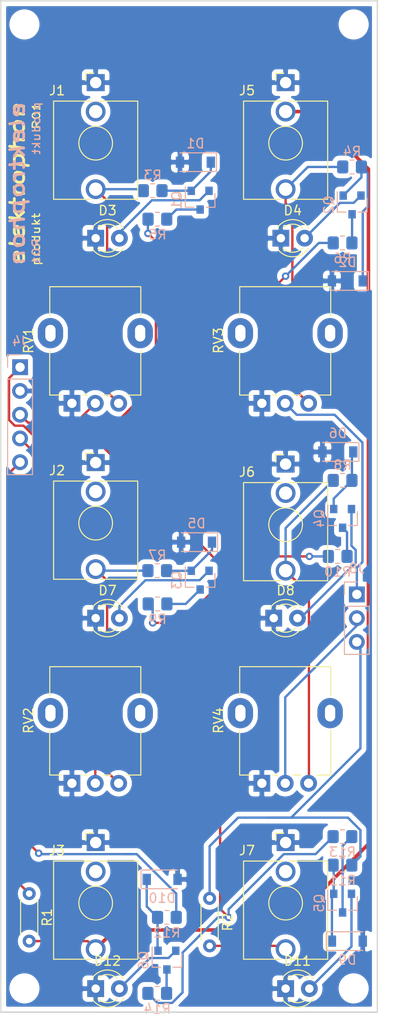
<source format=kicad_pcb>
(kicad_pcb (version 20171130) (host pcbnew 5.1.10)
  (title_block (title produkt) (date 2021-08-01) (rev R01) (comment 1 "PCB for mount circuit") (comment 2 "vca and ringmodulator") (comment 4 "License CC BY 4.0 - Attribution 4.0 International"))
  (layers (0 F.Cu signal) (31 B.Cu signal) (34 B.Paste user) (35 F.Paste user) (36 B.SilkS user) (37 F.SilkS user) (38 B.Mask user) (39 F.Mask user) (44 Edge.Cuts user))
  (net 0 "")
  (net 1 GND)
  (net 2 "Net-(D1-Pad1)")
  (net 3 "Net-(D2-Pad1)")
  (net 4 "Net-(D3-Pad2)")
  (net 5 "Net-(D4-Pad2)")
  (net 6 "Net-(D5-Pad1)")
  (net 7 "Net-(D6-Pad1)")
  (net 8 "Net-(D7-Pad2)")
  (net 9 "Net-(D8-Pad2)")
  (net 10 "Net-(D9-Pad1)")
  (net 11 "Net-(D10-Pad1)")
  (net 12 "Net-(D11-Pad2)")
  (net 13 "Net-(D12-Pad2)")
  (net 14 "Net-(J1-PadTN)")
  (net 15 /IN1x)
  (net 16 "Net-(J2-PadTN)")
  (net 17 /IN1y)
  (net 18 "Net-(J3-PadTN)")
  (net 19 "Net-(J3-PadT)")
  (net 20 OUTb)
  (net 21 Yb)
  (net 22 Xb)
  (net 23 OUTa)
  (net 24 Ya)
  (net 25 Xa)
  (net 26 +5V)
  (net 27 /IN2x)
  (net 28 "Net-(J6-PadTN)")
  (net 29 /IN2y)
  (net 30 "Net-(J7-PadTN)")
  (net 31 "Net-(J7-PadT)")
  (net 32 "Net-(Q1-Pad3)")
  (net 33 "Net-(Q2-Pad3)")
  (net 34 "Net-(Q3-Pad3)")
  (net 35 "Net-(Q4-Pad3)")
  (net 36 "Net-(Q5-Pad3)")
  (net 37 "Net-(Q6-Pad3)")
  (module Resistor_THT:R_Axial_DIN0204_L3.6mm_D1.6mm_P5.08mm_Horizontal (layer F.Cu) (at 73.152 146.812 270)
    (fp_text reference R2 (at 2.54 -1.92 90) (layer F.SilkS))
    (fp_text value 1k)
    (pad 2 thru_hole oval (at 5.08 0 270) (size 1.4 1.4) (drill 0.7) (layers *.Cu *.Mask) (net 31 "Net-(J7-PadT)"))
    (pad 1 thru_hole circle (at 0 0 270) (size 1.4 1.4) (drill 0.7) (layers *.Cu *.Mask) (net 20 OUTb))
  )
  (module Resistor_THT:R_Axial_DIN0204_L3.6mm_D1.6mm_P5.08mm_Horizontal (layer F.Cu) (at 53.848 146.304 270)
    (fp_text reference R1 (at 2.54 -1.92 90) (layer F.SilkS))
    (fp_text value 1k)
    (pad 2 thru_hole oval (at 5.08 0 270) (size 1.4 1.4) (drill 0.7) (layers *.Cu *.Mask) (net 19 "Net-(J3-PadT)"))
    (pad 1 thru_hole circle (at 0 0 270) (size 1.4 1.4) (drill 0.7) (layers *.Cu *.Mask) (net 23 OUTa))
  )
  (module "elektrophon:elektrophon logo" (layer F.Cu) (at 53.594 70.358 90)
    (fp_text reference REF** hide)
    (fp_text value "elektrophon logo" hide)
    (fp_text user produkt (at 8.84 1.02 90) (layer B.SilkS) (effects (font (size 0.8 1)) (justify left mirror)))
    (fp_text user R01 (at -8.83 1 90) (layer B.SilkS) (effects (font (size 0.8 1)) (justify right mirror)))
    (fp_text user elektrophon (at 0 -1.016 90) (layer B.SilkS) (effects (font (size 1.5 2) (thickness 0.3) italic) (justify mirror)))
    (fp_text user R01 (at 8.8 1.02 90) (layer F.SilkS) (effects (font (size 0.8 1)) (justify right)))
    (fp_text user produkt (at -8.88 1 90) (layer F.SilkS) (effects (font (size 0.8 1)) (justify left)))
    (fp_text user elektrophon (at 0 -1.016 90) (layer F.SilkS) (effects (font (size 1.5 2) (thickness 0.3) italic)))
  )
  (module Connector_PinSocket_2.54mm:PinSocket_1x05_P2.54mm_Vertical (layer B.Cu) (at 52.87 90 180)
    (fp_text reference J4 (at 0 2.77) (layer B.SilkS) (effects (justify mirror)))
    (fp_text value Conn_01x05_Male hide)
    (pad 5 thru_hole oval (at 0 -10.16 180) (size 1.7 1.7) (drill 1) (layers *.Cu *.Mask) (net 23 OUTa))
    (pad 4 thru_hole oval (at 0 -7.62 180) (size 1.7 1.7) (drill 1) (layers *.Cu *.Mask) (net 24 Ya))
    (pad 3 thru_hole oval (at 0 -5.08 180) (size 1.7 1.7) (drill 1) (layers *.Cu *.Mask) (net 25 Xa))
    (pad 2 thru_hole oval (at 0 -2.54 180) (size 1.7 1.7) (drill 1) (layers *.Cu *.Mask) (net 1 GND))
    (pad 1 thru_hole rect (at 0 0 180) (size 1.7 1.7) (drill 1) (layers *.Cu *.Mask) (net 26 +5V))
  )
  (module Connector_PinSocket_2.54mm:PinSocket_1x03_P2.54mm_Vertical (layer B.Cu) (at 88.9 114.3 180)
    (fp_text reference J8 (at 0 2.77) (layer B.SilkS) (effects (justify mirror)))
    (fp_text value Conn_01x03_Male)
    (pad 3 thru_hole oval (at 0 -5.08 180) (size 1.7 1.7) (drill 1) (layers *.Cu *.Mask) (net 20 OUTb))
    (pad 2 thru_hole oval (at 0 -2.54 180) (size 1.7 1.7) (drill 1) (layers *.Cu *.Mask) (net 21 Yb))
    (pad 1 thru_hole rect (at 0 0 180) (size 1.7 1.7) (drill 1) (layers *.Cu *.Mask) (net 22 Xb))
  )
  (module elektrophon:Potentiometer_Alpha_RD901F-40-00D_Single_Vertical (layer F.Cu) (at 81.28 127 90)
    (fp_text reference RV4 (at -0.79 -7.18 270) (layer F.SilkS))
    (fp_text value 100k)
    (pad "" thru_hole oval (at 0 -4.84 180) (size 2.72 3.24) (drill oval 1.1 1.8) (layers *.Cu *.Mask))
    (pad "" thru_hole oval (at 0 4.76 180) (size 2.72 3.24) (drill oval 1.1 1.8) (layers *.Cu *.Mask))
    (pad 3 thru_hole circle (at -7.5 2.46 180) (size 1.8 1.8) (drill 1) (layers *.Cu *.Mask) (net 29 /IN2y))
    (pad 2 thru_hole circle (at -7.5 -0.04 180) (size 1.8 1.8) (drill 1) (layers *.Cu *.Mask) (net 21 Yb))
    (pad 1 thru_hole rect (at -7.5 -2.54 180) (size 1.8 1.8) (drill 1) (layers *.Cu *.Mask) (net 1 GND))
  )
  (module elektrophon:Potentiometer_Alpha_RD901F-40-00D_Single_Vertical (layer F.Cu) (at 81.28 86.36 90)
    (fp_text reference RV3 (at -0.79 -7.18 270) (layer F.SilkS))
    (fp_text value 100k)
    (pad "" thru_hole oval (at 0 -4.84 180) (size 2.72 3.24) (drill oval 1.1 1.8) (layers *.Cu *.Mask))
    (pad "" thru_hole oval (at 0 4.76 180) (size 2.72 3.24) (drill oval 1.1 1.8) (layers *.Cu *.Mask))
    (pad 3 thru_hole circle (at -7.5 2.46 180) (size 1.8 1.8) (drill 1) (layers *.Cu *.Mask) (net 27 /IN2x))
    (pad 2 thru_hole circle (at -7.5 -0.04 180) (size 1.8 1.8) (drill 1) (layers *.Cu *.Mask) (net 22 Xb))
    (pad 1 thru_hole rect (at -7.5 -2.54 180) (size 1.8 1.8) (drill 1) (layers *.Cu *.Mask) (net 1 GND))
  )
  (module elektrophon:Potentiometer_Alpha_RD901F-40-00D_Single_Vertical (layer F.Cu) (at 60.96 127 90)
    (fp_text reference RV2 (at -0.79 -7.18 270) (layer F.SilkS))
    (fp_text value 100k)
    (pad "" thru_hole oval (at 0 -4.84 180) (size 2.72 3.24) (drill oval 1.1 1.8) (layers *.Cu *.Mask))
    (pad "" thru_hole oval (at 0 4.76 180) (size 2.72 3.24) (drill oval 1.1 1.8) (layers *.Cu *.Mask))
    (pad 3 thru_hole circle (at -7.5 2.46 180) (size 1.8 1.8) (drill 1) (layers *.Cu *.Mask) (net 17 /IN1y))
    (pad 2 thru_hole circle (at -7.5 -0.04 180) (size 1.8 1.8) (drill 1) (layers *.Cu *.Mask) (net 24 Ya))
    (pad 1 thru_hole rect (at -7.5 -2.54 180) (size 1.8 1.8) (drill 1) (layers *.Cu *.Mask) (net 1 GND))
  )
  (module elektrophon:Potentiometer_Alpha_RD901F-40-00D_Single_Vertical (layer F.Cu) (at 60.96 86.36 90)
    (fp_text reference RV1 (at -0.79 -7.18 270) (layer F.SilkS))
    (fp_text value 100k)
    (pad "" thru_hole oval (at 0 -4.84 180) (size 2.72 3.24) (drill oval 1.1 1.8) (layers *.Cu *.Mask))
    (pad "" thru_hole oval (at 0 4.76 180) (size 2.72 3.24) (drill oval 1.1 1.8) (layers *.Cu *.Mask))
    (pad 3 thru_hole circle (at -7.5 2.46 180) (size 1.8 1.8) (drill 1) (layers *.Cu *.Mask) (net 15 /IN1x))
    (pad 2 thru_hole circle (at -7.5 -0.04 180) (size 1.8 1.8) (drill 1) (layers *.Cu *.Mask) (net 25 Xa))
    (pad 1 thru_hole rect (at -7.5 -2.54 180) (size 1.8 1.8) (drill 1) (layers *.Cu *.Mask) (net 1 GND))
  )
  (module Resistor_SMD:R_0805_2012Metric_Pad1.20x1.40mm_HandSolder (layer B.Cu) (at 67.548 156.972)
    (fp_text reference R14 (at 0 1.65) (layer B.SilkS) (effects (justify mirror)))
    (fp_text value 5k)
    (pad 2 smd roundrect (at 1 0) (size 1.2 1.4) (layers B.Cu B.Paste B.Mask) (roundrect_rratio 0.208333) (net 37 "Net-(Q6-Pad3)"))
    (pad 1 smd roundrect (at -1 0) (size 1.2 1.4) (layers B.Cu B.Paste B.Mask) (roundrect_rratio 0.208333) (net 26 +5V))
  )
  (module Resistor_SMD:R_0805_2012Metric_Pad1.20x1.40mm_HandSolder (layer B.Cu) (at 87.36 140.208)
    (fp_text reference R13 (at 0 1.65) (layer B.SilkS) (effects (justify mirror)))
    (fp_text value 5k)
    (pad 2 smd roundrect (at 1 0) (size 1.2 1.4) (layers B.Cu B.Paste B.Mask) (roundrect_rratio 0.208333) (net 36 "Net-(Q5-Pad3)"))
    (pad 1 smd roundrect (at -1 0) (size 1.2 1.4) (layers B.Cu B.Paste B.Mask) (roundrect_rratio 0.208333) (net 26 +5V))
  )
  (module Resistor_SMD:R_0805_2012Metric_Pad1.20x1.40mm_HandSolder (layer B.Cu) (at 68.58 148.844)
    (fp_text reference R12 (at 0 1.65) (layer B.SilkS) (effects (justify mirror)))
    (fp_text value 100k)
    (pad 2 smd roundrect (at 1 0) (size 1.2 1.4) (layers B.Cu B.Paste B.Mask) (roundrect_rratio 0.208333) (net 23 OUTa))
    (pad 1 smd roundrect (at -1 0) (size 1.2 1.4) (layers B.Cu B.Paste B.Mask) (roundrect_rratio 0.208333) (net 11 "Net-(D10-Pad1)"))
  )
  (module Resistor_SMD:R_0805_2012Metric_Pad1.20x1.40mm_HandSolder (layer B.Cu) (at 87.36 143.256)
    (fp_text reference R11 (at 0 1.65) (layer B.SilkS) (effects (justify mirror)))
    (fp_text value 100k)
    (pad 2 smd roundrect (at 1 0) (size 1.2 1.4) (layers B.Cu B.Paste B.Mask) (roundrect_rratio 0.208333) (net 20 OUTb))
    (pad 1 smd roundrect (at -1 0) (size 1.2 1.4) (layers B.Cu B.Paste B.Mask) (roundrect_rratio 0.208333) (net 10 "Net-(D9-Pad1)"))
  )
  (module Resistor_SMD:R_0805_2012Metric_Pad1.20x1.40mm_HandSolder (layer B.Cu) (at 86.852 110.236)
    (fp_text reference R10 (at 0 1.65) (layer B.SilkS) (effects (justify mirror)))
    (fp_text value 5k)
    (pad 2 smd roundrect (at 1 0) (size 1.2 1.4) (layers B.Cu B.Paste B.Mask) (roundrect_rratio 0.208333) (net 35 "Net-(Q4-Pad3)"))
    (pad 1 smd roundrect (at -1 0) (size 1.2 1.4) (layers B.Cu B.Paste B.Mask) (roundrect_rratio 0.208333) (net 26 +5V))
  )
  (module Resistor_SMD:R_0805_2012Metric_Pad1.20x1.40mm_HandSolder (layer B.Cu) (at 67.58 115.316)
    (fp_text reference R9 (at 0 1.65) (layer B.SilkS) (effects (justify mirror)))
    (fp_text value 5k)
    (pad 2 smd roundrect (at 1 0) (size 1.2 1.4) (layers B.Cu B.Paste B.Mask) (roundrect_rratio 0.208333) (net 34 "Net-(Q3-Pad3)"))
    (pad 1 smd roundrect (at -1 0) (size 1.2 1.4) (layers B.Cu B.Paste B.Mask) (roundrect_rratio 0.208333) (net 26 +5V))
  )
  (module Resistor_SMD:R_0805_2012Metric_Pad1.20x1.40mm_HandSolder (layer B.Cu) (at 87.376 102.108 180)
    (fp_text reference R8 (at 0 1.65) (layer B.SilkS) (effects (justify mirror)))
    (fp_text value 100k)
    (pad 2 smd roundrect (at 1 0 180) (size 1.2 1.4) (layers B.Cu B.Paste B.Mask) (roundrect_rratio 0.208333) (net 29 /IN2y))
    (pad 1 smd roundrect (at -1 0 180) (size 1.2 1.4) (layers B.Cu B.Paste B.Mask) (roundrect_rratio 0.208333) (net 7 "Net-(D6-Pad1)"))
  )
  (module Resistor_SMD:R_0805_2012Metric_Pad1.20x1.40mm_HandSolder (layer B.Cu) (at 67.548 111.76 180)
    (fp_text reference R7 (at 0 1.65) (layer B.SilkS) (effects (justify mirror)))
    (fp_text value 100k)
    (pad 2 smd roundrect (at 1 0 180) (size 1.2 1.4) (layers B.Cu B.Paste B.Mask) (roundrect_rratio 0.208333) (net 17 /IN1y))
    (pad 1 smd roundrect (at -1 0 180) (size 1.2 1.4) (layers B.Cu B.Paste B.Mask) (roundrect_rratio 0.208333) (net 6 "Net-(D5-Pad1)"))
  )
  (module Resistor_SMD:R_0805_2012Metric_Pad1.20x1.40mm_HandSolder (layer B.Cu) (at 87.376 76.708)
    (fp_text reference R6 (at 0 1.65) (layer B.SilkS) (effects (justify mirror)))
    (fp_text value 5k)
    (pad 2 smd roundrect (at 1 0) (size 1.2 1.4) (layers B.Cu B.Paste B.Mask) (roundrect_rratio 0.208333) (net 33 "Net-(Q2-Pad3)"))
    (pad 1 smd roundrect (at -1 0) (size 1.2 1.4) (layers B.Cu B.Paste B.Mask) (roundrect_rratio 0.208333) (net 26 +5V))
  )
  (module Resistor_SMD:R_0805_2012Metric_Pad1.20x1.40mm_HandSolder (layer B.Cu) (at 67.564 74.168)
    (fp_text reference R5 (at 0 1.65) (layer B.SilkS) (effects (justify mirror)))
    (fp_text value 5k)
    (pad 2 smd roundrect (at 1 0) (size 1.2 1.4) (layers B.Cu B.Paste B.Mask) (roundrect_rratio 0.208333) (net 32 "Net-(Q1-Pad3)"))
    (pad 1 smd roundrect (at -1 0) (size 1.2 1.4) (layers B.Cu B.Paste B.Mask) (roundrect_rratio 0.208333) (net 26 +5V))
  )
  (module Resistor_SMD:R_0805_2012Metric_Pad1.20x1.40mm_HandSolder (layer B.Cu) (at 88.392 68.58 180)
    (fp_text reference R4 (at 0 1.65) (layer B.SilkS) (effects (justify mirror)))
    (fp_text value 100k)
    (pad 2 smd roundrect (at 1 0 180) (size 1.2 1.4) (layers B.Cu B.Paste B.Mask) (roundrect_rratio 0.208333) (net 27 /IN2x))
    (pad 1 smd roundrect (at -1 0 180) (size 1.2 1.4) (layers B.Cu B.Paste B.Mask) (roundrect_rratio 0.208333) (net 3 "Net-(D2-Pad1)"))
  )
  (module Resistor_SMD:R_0805_2012Metric_Pad1.20x1.40mm_HandSolder (layer B.Cu) (at 67.056 71.12 180)
    (fp_text reference R3 (at 0 1.65) (layer B.SilkS) (effects (justify mirror)))
    (fp_text value 100k)
    (pad 2 smd roundrect (at 1 0 180) (size 1.2 1.4) (layers B.Cu B.Paste B.Mask) (roundrect_rratio 0.208333) (net 15 /IN1x))
    (pad 1 smd roundrect (at -1 0 180) (size 1.2 1.4) (layers B.Cu B.Paste B.Mask) (roundrect_rratio 0.208333) (net 2 "Net-(D1-Pad1)"))
  )
  (module Package_TO_SOT_SMD:SOT-23 (layer B.Cu) (at 68.58 153.416 270)
    (fp_text reference Q6 (at 0 2.5 270) (layer B.SilkS) (effects (justify mirror)))
    (fp_text value MMBT3904)
    (pad 3 smd rect (at 1 0 270) (size 0.9 0.8) (layers B.Cu B.Paste B.Mask) (net 37 "Net-(Q6-Pad3)"))
    (pad 2 smd rect (at -1 -0.95 270) (size 0.9 0.8) (layers B.Cu B.Paste B.Mask) (net 13 "Net-(D12-Pad2)"))
    (pad 1 smd rect (at -1 0.95 270) (size 0.9 0.8) (layers B.Cu B.Paste B.Mask) (net 11 "Net-(D10-Pad1)"))
  )
  (module Package_TO_SOT_SMD:SOT-23 (layer B.Cu) (at 87.376 147.32 270)
    (fp_text reference Q5 (at 0 2.5 90) (layer B.SilkS) (effects (justify mirror)))
    (fp_text value MMBT3904)
    (pad 3 smd rect (at 1 0 270) (size 0.9 0.8) (layers B.Cu B.Paste B.Mask) (net 36 "Net-(Q5-Pad3)"))
    (pad 2 smd rect (at -1 -0.95 270) (size 0.9 0.8) (layers B.Cu B.Paste B.Mask) (net 12 "Net-(D11-Pad2)"))
    (pad 1 smd rect (at -1 0.95 270) (size 0.9 0.8) (layers B.Cu B.Paste B.Mask) (net 10 "Net-(D9-Pad1)"))
  )
  (module Package_TO_SOT_SMD:SOT-23 (layer B.Cu) (at 87.376 106.172 270)
    (fp_text reference Q4 (at 0 2.5 90) (layer B.SilkS) (effects (justify mirror)))
    (fp_text value MMBT3904)
    (pad 3 smd rect (at 1 0 270) (size 0.9 0.8) (layers B.Cu B.Paste B.Mask) (net 35 "Net-(Q4-Pad3)"))
    (pad 2 smd rect (at -1 -0.95 270) (size 0.9 0.8) (layers B.Cu B.Paste B.Mask) (net 9 "Net-(D8-Pad2)"))
    (pad 1 smd rect (at -1 0.95 270) (size 0.9 0.8) (layers B.Cu B.Paste B.Mask) (net 7 "Net-(D6-Pad1)"))
  )
  (module Package_TO_SOT_SMD:SOT-23 (layer B.Cu) (at 72.136 112.776 270)
    (fp_text reference Q3 (at 0 2.5 90) (layer B.SilkS) (effects (justify mirror)))
    (fp_text value MMBT3904)
    (pad 3 smd rect (at 1 0 270) (size 0.9 0.8) (layers B.Cu B.Paste B.Mask) (net 34 "Net-(Q3-Pad3)"))
    (pad 2 smd rect (at -1 -0.95 270) (size 0.9 0.8) (layers B.Cu B.Paste B.Mask) (net 8 "Net-(D7-Pad2)"))
    (pad 1 smd rect (at -1 0.95 270) (size 0.9 0.8) (layers B.Cu B.Paste B.Mask) (net 6 "Net-(D5-Pad1)"))
  )
  (module Package_TO_SOT_SMD:SOT-23 (layer B.Cu) (at 88.392 72.644 270)
    (fp_text reference Q2 (at 0 2.5 270) (layer B.SilkS) (effects (justify mirror)))
    (fp_text value MMBT3904)
    (pad 3 smd rect (at 1 0 270) (size 0.9 0.8) (layers B.Cu B.Paste B.Mask) (net 33 "Net-(Q2-Pad3)"))
    (pad 2 smd rect (at -1 -0.95 270) (size 0.9 0.8) (layers B.Cu B.Paste B.Mask) (net 5 "Net-(D4-Pad2)"))
    (pad 1 smd rect (at -1 0.95 270) (size 0.9 0.8) (layers B.Cu B.Paste B.Mask) (net 3 "Net-(D2-Pad1)"))
  )
  (module Package_TO_SOT_SMD:SOT-23 (layer B.Cu) (at 72.136 72.136 270)
    (fp_text reference Q1 (at 0 2.5 90) (layer B.SilkS) (effects (justify mirror)))
    (fp_text value MMBT3904)
    (pad 3 smd rect (at 1 0 270) (size 0.9 0.8) (layers B.Cu B.Paste B.Mask) (net 32 "Net-(Q1-Pad3)"))
    (pad 2 smd rect (at -1 -0.95 270) (size 0.9 0.8) (layers B.Cu B.Paste B.Mask) (net 4 "Net-(D3-Pad2)"))
    (pad 1 smd rect (at -1 0.95 270) (size 0.9 0.8) (layers B.Cu B.Paste B.Mask) (net 2 "Net-(D1-Pad1)"))
  )
  (module elektrophon:Jack_3.5mm_WQP-PJ398SM_Vertical (layer F.Cu) (at 81.28 147.32)
    (fp_text reference J7 (at -4.13 -5.63) (layer F.SilkS))
    (fp_text value OUT)
    (pad TN thru_hole circle (at 0 -3.38 180) (size 2.13 2.13) (drill 1.42) (layers *.Cu *.Mask) (net 30 "Net-(J7-PadTN)"))
    (pad S thru_hole rect (at 0 -6.48 180) (size 1.93 1.83) (drill 1.22) (layers *.Cu *.Mask) (net 1 GND))
    (pad T thru_hole circle (at 0 4.92 180) (size 2.13 2.13) (drill 1.43) (layers *.Cu *.Mask) (net 31 "Net-(J7-PadT)"))
  )
  (module elektrophon:Jack_3.5mm_WQP-PJ398SM_Vertical (layer F.Cu) (at 81.28 106.84)
    (fp_text reference J6 (at -4.13 -5.63) (layer F.SilkS))
    (fp_text value IN_Y)
    (pad TN thru_hole circle (at 0 -3.38 180) (size 2.13 2.13) (drill 1.42) (layers *.Cu *.Mask) (net 28 "Net-(J6-PadTN)"))
    (pad S thru_hole rect (at 0 -6.48 180) (size 1.93 1.83) (drill 1.22) (layers *.Cu *.Mask) (net 1 GND))
    (pad T thru_hole circle (at 0 4.92 180) (size 2.13 2.13) (drill 1.43) (layers *.Cu *.Mask) (net 29 /IN2y))
  )
  (module elektrophon:Jack_3.5mm_WQP-PJ398SM_Vertical (layer F.Cu) (at 81.28 66.04)
    (fp_text reference J5 (at -4.13 -5.63) (layer F.SilkS))
    (fp_text value IN_X)
    (pad TN thru_hole circle (at 0 -3.38 180) (size 2.13 2.13) (drill 1.42) (layers *.Cu *.Mask) (net 19 "Net-(J3-PadT)"))
    (pad S thru_hole rect (at 0 -6.48 180) (size 1.93 1.83) (drill 1.22) (layers *.Cu *.Mask) (net 1 GND))
    (pad T thru_hole circle (at 0 4.92 180) (size 2.13 2.13) (drill 1.43) (layers *.Cu *.Mask) (net 27 /IN2x))
  )
  (module elektrophon:Jack_3.5mm_WQP-PJ398SM_Vertical (layer F.Cu) (at 60.96 147.32)
    (fp_text reference J3 (at -4.13 -5.63) (layer F.SilkS))
    (fp_text value OUT)
    (pad TN thru_hole circle (at 0 -3.38 180) (size 2.13 2.13) (drill 1.42) (layers *.Cu *.Mask) (net 18 "Net-(J3-PadTN)"))
    (pad S thru_hole rect (at 0 -6.48 180) (size 1.93 1.83) (drill 1.22) (layers *.Cu *.Mask) (net 1 GND))
    (pad T thru_hole circle (at 0 4.92 180) (size 2.13 2.13) (drill 1.43) (layers *.Cu *.Mask) (net 19 "Net-(J3-PadT)"))
  )
  (module elektrophon:Jack_3.5mm_WQP-PJ398SM_Vertical (layer F.Cu) (at 60.96 106.68)
    (fp_text reference J2 (at -4.13 -5.63) (layer F.SilkS))
    (fp_text value IN_Y)
    (pad TN thru_hole circle (at 0 -3.38 180) (size 2.13 2.13) (drill 1.42) (layers *.Cu *.Mask) (net 16 "Net-(J2-PadTN)"))
    (pad S thru_hole rect (at 0 -6.48 180) (size 1.93 1.83) (drill 1.22) (layers *.Cu *.Mask) (net 1 GND))
    (pad T thru_hole circle (at 0 4.92 180) (size 2.13 2.13) (drill 1.43) (layers *.Cu *.Mask) (net 17 /IN1y))
  )
  (module elektrophon:Jack_3.5mm_WQP-PJ398SM_Vertical (layer F.Cu) (at 60.96 66.04)
    (fp_text reference J1 (at -4.13 -5.63) (layer F.SilkS))
    (fp_text value IN_X)
    (pad TN thru_hole circle (at 0 -3.38 180) (size 2.13 2.13) (drill 1.42) (layers *.Cu *.Mask) (net 14 "Net-(J1-PadTN)"))
    (pad S thru_hole rect (at 0 -6.48 180) (size 1.93 1.83) (drill 1.22) (layers *.Cu *.Mask) (net 1 GND))
    (pad T thru_hole circle (at 0 4.92 180) (size 2.13 2.13) (drill 1.43) (layers *.Cu *.Mask) (net 15 /IN1x))
  )
  (module LED_THT:LED_D3.0mm (layer F.Cu) (at 60.96 156.464)
    (fp_text reference D12 (at 1.27 -2.96) (layer F.SilkS))
    (fp_text value "LED (Red)")
    (pad 2 thru_hole circle (at 2.54 0) (size 1.8 1.8) (drill 0.9) (layers *.Cu *.Mask) (net 13 "Net-(D12-Pad2)"))
    (pad 1 thru_hole rect (at 0 0) (size 1.8 1.8) (drill 0.9) (layers *.Cu *.Mask) (net 1 GND))
  )
  (module LED_THT:LED_D3.0mm (layer F.Cu) (at 81.28 156.464)
    (fp_text reference D11 (at 1.27 -2.96) (layer F.SilkS))
    (fp_text value "LED (Red)")
    (pad 2 thru_hole circle (at 2.54 0) (size 1.8 1.8) (drill 0.9) (layers *.Cu *.Mask) (net 12 "Net-(D11-Pad2)"))
    (pad 1 thru_hole rect (at 0 0) (size 1.8 1.8) (drill 0.9) (layers *.Cu *.Mask) (net 1 GND))
  )
  (module Diode_SMD:D_SOD-123 (layer B.Cu) (at 68.072 144.78)
    (fp_text reference D10 (at 0 2) (layer B.SilkS) (effects (justify mirror)))
    (fp_text value 1N4148W)
    (pad 2 smd rect (at 1.65 0) (size 0.9 1.2) (layers B.Cu B.Paste B.Mask) (net 1 GND))
    (pad 1 smd rect (at -1.65 0) (size 0.9 1.2) (layers B.Cu B.Paste B.Mask) (net 11 "Net-(D10-Pad1)"))
  )
  (module Diode_SMD:D_SOD-123 (layer B.Cu) (at 87.884 151.384)
    (fp_text reference D9 (at 0 2) (layer B.SilkS) (effects (justify mirror)))
    (fp_text value 1N4148W)
    (pad 2 smd rect (at 1.65 0) (size 0.9 1.2) (layers B.Cu B.Paste B.Mask) (net 1 GND))
    (pad 1 smd rect (at -1.65 0) (size 0.9 1.2) (layers B.Cu B.Paste B.Mask) (net 10 "Net-(D9-Pad1)"))
  )
  (module LED_THT:LED_D3.0mm (layer F.Cu) (at 80.01 116.84)
    (fp_text reference D8 (at 1.27 -2.96) (layer F.SilkS))
    (fp_text value "LED (Green)")
    (pad 2 thru_hole circle (at 2.54 0) (size 1.8 1.8) (drill 0.9) (layers *.Cu *.Mask) (net 9 "Net-(D8-Pad2)"))
    (pad 1 thru_hole rect (at 0 0) (size 1.8 1.8) (drill 0.9) (layers *.Cu *.Mask) (net 1 GND))
  )
  (module LED_THT:LED_D3.0mm (layer F.Cu) (at 60.96 116.84)
    (fp_text reference D7 (at 1.27 -2.96) (layer F.SilkS))
    (fp_text value "LED (Green)")
    (pad 2 thru_hole circle (at 2.54 0) (size 1.8 1.8) (drill 0.9) (layers *.Cu *.Mask) (net 8 "Net-(D7-Pad2)"))
    (pad 1 thru_hole rect (at 0 0) (size 1.8 1.8) (drill 0.9) (layers *.Cu *.Mask) (net 1 GND))
  )
  (module Diode_SMD:D_SOD-123 (layer B.Cu) (at 86.868 99.06 180)
    (fp_text reference D6 (at 0 2) (layer B.SilkS) (effects (justify mirror)))
    (fp_text value 1N4148W)
    (pad 2 smd rect (at 1.65 0 180) (size 0.9 1.2) (layers B.Cu B.Paste B.Mask) (net 1 GND))
    (pad 1 smd rect (at -1.65 0 180) (size 0.9 1.2) (layers B.Cu B.Paste B.Mask) (net 7 "Net-(D6-Pad1)"))
  )
  (module Diode_SMD:D_SOD-123 (layer B.Cu) (at 71.754 108.712 180)
    (fp_text reference D5 (at 0 2) (layer B.SilkS) (effects (justify mirror)))
    (fp_text value 1N4148W)
    (pad 2 smd rect (at 1.65 0 180) (size 0.9 1.2) (layers B.Cu B.Paste B.Mask) (net 1 GND))
    (pad 1 smd rect (at -1.65 0 180) (size 0.9 1.2) (layers B.Cu B.Paste B.Mask) (net 6 "Net-(D5-Pad1)"))
  )
  (module LED_THT:LED_D3.0mm (layer F.Cu) (at 80.772 76.2)
    (fp_text reference D4 (at 1.27 -2.96) (layer F.SilkS))
    (fp_text value "LED (Green)")
    (pad 2 thru_hole circle (at 2.54 0) (size 1.8 1.8) (drill 0.9) (layers *.Cu *.Mask) (net 5 "Net-(D4-Pad2)"))
    (pad 1 thru_hole rect (at 0 0) (size 1.8 1.8) (drill 0.9) (layers *.Cu *.Mask) (net 1 GND))
  )
  (module LED_THT:LED_D3.0mm (layer F.Cu) (at 60.96 76.2)
    (fp_text reference D3 (at 1.27 -2.96) (layer F.SilkS))
    (fp_text value "LED (Green)")
    (pad 2 thru_hole circle (at 2.54 0) (size 1.8 1.8) (drill 0.9) (layers *.Cu *.Mask) (net 4 "Net-(D3-Pad2)"))
    (pad 1 thru_hole rect (at 0 0) (size 1.8 1.8) (drill 0.9) (layers *.Cu *.Mask) (net 1 GND))
  )
  (module Diode_SMD:D_SOD-123 (layer B.Cu) (at 87.884 80.772 180)
    (fp_text reference D2 (at 0 2) (layer B.SilkS) (effects (justify mirror)))
    (fp_text value 1N4148W)
    (pad 2 smd rect (at 1.65 0 180) (size 0.9 1.2) (layers B.Cu B.Paste B.Mask) (net 1 GND))
    (pad 1 smd rect (at -1.65 0 180) (size 0.9 1.2) (layers B.Cu B.Paste B.Mask) (net 3 "Net-(D2-Pad1)"))
  )
  (module Diode_SMD:D_SOD-123 (layer B.Cu) (at 71.628 68.072 180)
    (fp_text reference D1 (at 0 2) (layer B.SilkS) (effects (justify mirror)))
    (fp_text value 1N4148W)
    (pad 2 smd rect (at 1.65 0 180) (size 0.9 1.2) (layers B.Cu B.Paste B.Mask) (net 1 GND))
    (pad 1 smd rect (at -1.65 0 180) (size 0.9 1.2) (layers B.Cu B.Paste B.Mask) (net 2 "Net-(D1-Pad1)"))
  )
  (module MountingHole:MountingHole_2.2mm_M2 (layer F.Cu) (at 88.56 156.44)
    (fp_text reference H4 hide)
    (fp_text value MountingHole hide)
    (pad 1 np_thru_hole circle (at 0 0) (size 2.2 2.2) (drill 2.2) (layers *.Cu *.Mask))
  )
  (module MountingHole:MountingHole_2.2mm_M2 (layer F.Cu) (at 53.34 156.44)
    (fp_text reference H3 hide)
    (fp_text value MountingHole hide)
    (pad 1 np_thru_hole circle (at 0 0) (size 2.2 2.2) (drill 2.2) (layers *.Cu *.Mask))
  )
  (module MountingHole:MountingHole_2.2mm_M2 (layer F.Cu) (at 88.56 53.34)
    (fp_text reference H2 hide)
    (fp_text value MountingHole hide)
    (pad 1 np_thru_hole circle (at 0 0) (size 2.2 2.2) (drill 2.2) (layers *.Cu *.Mask))
  )
  (module MountingHole:MountingHole_2.2mm_M2 (layer F.Cu) (at 53.34 53.34)
    (fp_text reference H1 hide)
    (fp_text value MountingHole hide)
    (pad 1 np_thru_hole circle (at 0 0) (size 2.2 2.2) (drill 2.2) (layers *.Cu *.Mask))
  )
  (gr_line (start 50.8 50.8) (end 50.8 158.98) (layer Edge.Cuts) (width 0.15))
  (gr_line (start 91.1 158.98) (end 50.8 158.98) (layer Edge.Cuts) (width 0.15))
  (gr_line (start 91.1 50.8) (end 91.1 158.98) (layer Edge.Cuts) (width 0.15))
  (gr_line (start 50.8 50.8) (end 91.1 50.8) (layer Edge.Cuts) (width 0.15))
  (segment (start 73.278 68.072) (end 73.278 69.044) (width 0.25) (layer B.Cu) (net 2))
  (segment (start 73.278 69.044) (end 71.186 71.136) (width 0.25) (layer B.Cu) (net 2))
  (segment (start 68.056 71.12) (end 71.17 71.12) (width 0.25) (layer B.Cu) (net 2))
  (segment (start 71.17 71.12) (end 71.186 71.136) (width 0.25) (layer B.Cu) (net 2))
  (segment (start 89.534 80.772) (end 89.534 73.351) (width 0.25) (layer B.Cu) (net 3))
  (segment (start 89.534 73.351) (end 90.067 72.818) (width 0.25) (layer B.Cu) (net 3))
  (segment (start 90.067 72.818) (end 90.067 69.255) (width 0.25) (layer B.Cu) (net 3))
  (segment (start 90.067 69.255) (end 89.392 68.58) (width 0.25) (layer B.Cu) (net 3))
  (segment (start 89.392 68.58) (end 89.392 69.694) (width 0.25) (layer B.Cu) (net 3))
  (segment (start 89.392 69.694) (end 87.442 71.644) (width 0.25) (layer B.Cu) (net 3))
  (segment (start 73.086 71.136) (end 72.077 72.145) (width 0.25) (layer B.Cu) (net 4))
  (segment (start 72.077 72.145) (end 66.9738 72.145) (width 0.25) (layer B.Cu) (net 4))
  (segment (start 66.9738 72.145) (end 63.5 75.6188) (width 0.25) (layer B.Cu) (net 4))
  (segment (start 63.5 75.6188) (end 63.5 76.2) (width 0.25) (layer B.Cu) (net 4))
  (segment (start 89.342 71.644) (end 88.567 72.419) (width 0.25) (layer B.Cu) (net 5))
  (segment (start 88.567 72.419) (end 87.093 72.419) (width 0.25) (layer B.Cu) (net 5))
  (segment (start 87.093 72.419) (end 83.312 76.2) (width 0.25) (layer B.Cu) (net 5))
  (segment (start 71.186 111.776) (end 68.564 111.776) (width 0.25) (layer B.Cu) (net 6))
  (segment (start 68.564 111.776) (end 68.548 111.76) (width 0.25) (layer B.Cu) (net 6))
  (segment (start 73.404 108.712) (end 73.404 109.558) (width 0.25) (layer B.Cu) (net 6))
  (segment (start 73.404 109.558) (end 71.186 111.776) (width 0.25) (layer B.Cu) (net 6))
  (segment (start 86.426 104.058) (end 88.376 102.108) (width 0.25) (layer B.Cu) (net 7))
  (segment (start 86.426 105.172) (end 86.426 104.058) (width 0.25) (layer B.Cu) (net 7))
  (segment (start 88.376 99.202) (end 88.518 99.06) (width 0.25) (layer B.Cu) (net 7))
  (segment (start 88.376 102.108) (end 88.376 99.202) (width 0.25) (layer B.Cu) (net 7))
  (segment (start 73.086 111.776) (end 72.077 112.785) (width 0.25) (layer B.Cu) (net 8))
  (segment (start 72.077 112.785) (end 66.2822 112.785) (width 0.25) (layer B.Cu) (net 8))
  (segment (start 66.2822 112.785) (end 63.5 115.567) (width 0.25) (layer B.Cu) (net 8))
  (segment (start 63.5 115.567) (end 63.5 116.84) (width 0.25) (layer B.Cu) (net 8))
  (segment (start 82.86119 116.84) (end 82.55 116.84) (width 0.25) (layer B.Cu) (net 9))
  (segment (start 88.77701 110.92418) (end 82.86119 116.84) (width 0.25) (layer B.Cu) (net 9))
  (segment (start 88.326 109.09681) (end 88.77701 109.54782) (width 0.25) (layer B.Cu) (net 9))
  (segment (start 88.326 105.172) (end 88.326 109.09681) (width 0.25) (layer B.Cu) (net 9))
  (segment (start 88.77701 109.54782) (end 88.77701 110.92418) (width 0.25) (layer B.Cu) (net 9))
  (segment (start 86.426 146.32) (end 86.426 143.322) (width 0.25) (layer B.Cu) (net 10))
  (segment (start 86.426 143.322) (end 86.36 143.256) (width 0.25) (layer B.Cu) (net 10))
  (segment (start 86.234 151.384) (end 86.234 146.512) (width 0.25) (layer B.Cu) (net 10))
  (segment (start 86.234 146.512) (end 86.426 146.32) (width 0.25) (layer B.Cu) (net 10))
  (segment (start 67.58 148.844) (end 67.58 152.366) (width 0.25) (layer B.Cu) (net 11))
  (segment (start 67.58 152.366) (end 67.63 152.416) (width 0.25) (layer B.Cu) (net 11))
  (segment (start 66.422 144.78) (end 66.422 147.686) (width 0.25) (layer B.Cu) (net 11))
  (segment (start 66.422 147.686) (end 67.58 148.844) (width 0.25) (layer B.Cu) (net 11))
  (segment (start 83.82 156.464) (end 88.326 151.958) (width 0.25) (layer B.Cu) (net 12))
  (segment (start 88.326 151.958) (end 88.326 146.32) (width 0.25) (layer B.Cu) (net 12))
  (segment (start 69.53 152.416) (end 68.755 153.191) (width 0.25) (layer B.Cu) (net 13))
  (segment (start 68.755 153.191) (end 66.773 153.191) (width 0.25) (layer B.Cu) (net 13))
  (segment (start 66.773 153.191) (end 63.5 156.464) (width 0.25) (layer B.Cu) (net 13))
  (segment (start 60.96 70.96) (end 62.1853 72.1853) (width 0.25) (layer F.Cu) (net 15))
  (segment (start 62.1853 72.1853) (end 62.1853 92.6253) (width 0.25) (layer F.Cu) (net 15))
  (segment (start 62.1853 92.6253) (end 63.42 93.86) (width 0.25) (layer F.Cu) (net 15))
  (segment (start 60.96 70.96) (end 65.896 70.96) (width 0.25) (layer B.Cu) (net 15))
  (segment (start 65.896 70.96) (end 66.056 71.12) (width 0.25) (layer B.Cu) (net 15))
  (segment (start 60.96 111.6) (end 62.1854 112.8254) (width 0.25) (layer F.Cu) (net 17))
  (segment (start 62.1854 112.8254) (end 62.1854 133.2654) (width 0.25) (layer F.Cu) (net 17))
  (segment (start 62.1854 133.2654) (end 63.42 134.5) (width 0.25) (layer F.Cu) (net 17))
  (segment (start 66.548 111.76) (end 61.12 111.76) (width 0.25) (layer B.Cu) (net 17))
  (segment (start 61.12 111.76) (end 60.96 111.6) (width 0.25) (layer B.Cu) (net 17))
  (segment (start 81.28 62.66) (end 83.996 62.66) (width 0.381) (layer F.Cu) (net 19))
  (segment (start 90.140501 68.804501) (end 90.140501 140.999499) (width 0.381) (layer F.Cu) (net 19))
  (segment (start 83.996 62.66) (end 90.140501 68.804501) (width 0.381) (layer F.Cu) (net 19))
  (segment (start 63.006501 150.193499) (end 60.96 152.24) (width 0.381) (layer F.Cu) (net 19))
  (segment (start 80.946501 150.193499) (end 63.006501 150.193499) (width 0.381) (layer F.Cu) (net 19))
  (segment (start 90.140501 140.999499) (end 80.946501 150.193499) (width 0.381) (layer F.Cu) (net 19))
  (segment (start 60.104 151.384) (end 60.96 152.24) (width 0.25) (layer F.Cu) (net 19))
  (segment (start 53.848 151.384) (end 60.104 151.384) (width 0.25) (layer F.Cu) (net 19))
  (segment (start 89.28501 130.767992) (end 81.877002 138.176) (width 0.25) (layer B.Cu) (net 20))
  (segment (start 89.28501 119.76501) (end 89.28501 130.767992) (width 0.25) (layer B.Cu) (net 20))
  (segment (start 88.9 119.38) (end 89.28501 119.76501) (width 0.25) (layer B.Cu) (net 20))
  (segment (start 89.28501 139.51982) (end 89.28501 142.33099) (width 0.25) (layer B.Cu) (net 20))
  (segment (start 87.94119 138.176) (end 89.28501 139.51982) (width 0.25) (layer B.Cu) (net 20))
  (segment (start 79.248 138.176) (end 87.94119 138.176) (width 0.25) (layer B.Cu) (net 20))
  (segment (start 81.877002 138.176) (end 79.248 138.176) (width 0.25) (layer B.Cu) (net 20))
  (segment (start 89.28501 142.33099) (end 88.36 143.256) (width 0.25) (layer B.Cu) (net 20))
  (segment (start 76.2 138.176) (end 79.248 138.176) (width 0.25) (layer B.Cu) (net 20))
  (segment (start 73.152 141.224) (end 76.2 138.176) (width 0.25) (layer B.Cu) (net 20))
  (segment (start 73.152 146.812) (end 73.152 141.224) (width 0.25) (layer B.Cu) (net 20))
  (segment (start 81.24 134.5) (end 81.24 125.300998) (width 0.25) (layer B.Cu) (net 21))
  (segment (start 81.24 125.300998) (end 88.9 117.640998) (width 0.25) (layer B.Cu) (net 21))
  (segment (start 88.9 117.640998) (end 88.9 116.84) (width 0.25) (layer B.Cu) (net 21))
  (segment (start 86.522191 95.085001) (end 82.465001 95.085001) (width 0.25) (layer B.Cu) (net 22))
  (segment (start 88.9 114.3) (end 88.9 111.4376) (width 0.25) (layer B.Cu) (net 22))
  (segment (start 88.9 111.4376) (end 89.501012 110.836588) (width 0.25) (layer B.Cu) (net 22))
  (segment (start 89.501012 98.063822) (end 86.522191 95.085001) (width 0.25) (layer B.Cu) (net 22))
  (segment (start 89.501012 110.836588) (end 89.501012 98.063822) (width 0.25) (layer B.Cu) (net 22))
  (segment (start 82.465001 95.085001) (end 81.24 93.86) (width 0.25) (layer B.Cu) (net 22))
  (segment (start 69.58 148.844) (end 69.58 146.303) (width 0.25) (layer B.Cu) (net 23))
  (segment (start 69.58 146.303) (end 65.357 142.08) (width 0.25) (layer B.Cu) (net 23))
  (segment (start 65.357 142.08) (end 64.864 142.08) (width 0.25) (layer B.Cu) (net 23))
  (segment (start 64.864 142.08) (end 63.848 142.08) (width 0.25) (layer B.Cu) (net 23))
  (segment (start 64.864 142.08) (end 57.564 142.08) (width 0.25) (layer B.Cu) (net 23))
  (segment (start 57.564 142.08) (end 55.212 142.08) (width 0.25) (layer B.Cu) (net 23))
  (segment (start 51.914999 144.370999) (end 53.848 146.304) (width 0.25) (layer F.Cu) (net 23))
  (segment (start 52.87 100.16) (end 51.914999 101.115001) (width 0.25) (layer F.Cu) (net 23))
  (segment (start 54.958 142.08) (end 54.864 141.986) (width 0.25) (layer B.Cu) (net 23))
  (segment (start 57.564 142.08) (end 54.958 142.08) (width 0.25) (layer B.Cu) (net 23))
  (via (at 54.864 141.986) (size 0.8) (drill 0.4) (layers F.Cu B.Cu) (net 23))
  (segment (start 54.864 141.986) (end 54.704 142.08) (width 0.25) (layer B.Cu) (net 23))
  (segment (start 51.914999 139.036999) (end 54.864 141.986) (width 0.25) (layer F.Cu) (net 23))
  (segment (start 51.914999 101.115001) (end 51.914999 138.528999) (width 0.25) (layer F.Cu) (net 23))
  (segment (start 51.914999 138.528999) (end 51.914999 139.036999) (width 0.25) (layer F.Cu) (net 23))
  (segment (start 51.914999 138.528999) (end 51.914999 144.370999) (width 0.25) (layer F.Cu) (net 23))
  (segment (start 60.92 123.715389) (end 60.92 134.5) (width 0.25) (layer F.Cu) (net 24))
  (segment (start 54.945022 117.740411) (end 60.92 123.715389) (width 0.25) (layer F.Cu) (net 24))
  (segment (start 54.945022 99.695022) (end 52.87 97.62) (width 0.25) (layer F.Cu) (net 24))
  (segment (start 54.945022 111.424978) (end 54.945022 99.695022) (width 0.25) (layer F.Cu) (net 24))
  (segment (start 54.945022 108.455022) (end 54.945022 111.424978) (width 0.25) (layer F.Cu) (net 24))
  (segment (start 54.945022 111.424978) (end 54.945022 117.740411) (width 0.25) (layer F.Cu) (net 24))
  (segment (start 58.850001 95.929999) (end 60.92 93.86) (width 0.25) (layer F.Cu) (net 25))
  (segment (start 53.719999 95.929999) (end 58.850001 95.929999) (width 0.25) (layer F.Cu) (net 25))
  (segment (start 52.87 95.08) (end 53.719999 95.929999) (width 0.25) (layer F.Cu) (net 25))
  (segment (start 63.527501 100.302499) (end 74.277001 111.051999) (width 0.25) (layer F.Cu) (net 26))
  (via (at 75.184 148.844) (size 0.8) (drill 0.4) (layers F.Cu B.Cu) (net 26))
  (segment (start 74.277001 147.937001) (end 75.184 148.844) (width 0.25) (layer F.Cu) (net 26))
  (segment (start 81.082797 142.080001) (end 84.487999 142.080001) (width 0.25) (layer B.Cu) (net 26))
  (segment (start 84.487999 142.080001) (end 86.36 140.208) (width 0.25) (layer B.Cu) (net 26))
  (segment (start 75.184 147.978798) (end 81.082797 142.080001) (width 0.25) (layer B.Cu) (net 26))
  (segment (start 75.184 148.844) (end 75.184 147.978798) (width 0.25) (layer B.Cu) (net 26))
  (segment (start 69.13618 157.99701) (end 67.57301 157.99701) (width 0.25) (layer B.Cu) (net 26))
  (segment (start 70.255001 156.878189) (end 69.13618 157.99701) (width 0.25) (layer B.Cu) (net 26))
  (segment (start 67.57301 157.99701) (end 66.548 156.972) (width 0.25) (layer B.Cu) (net 26))
  (segment (start 70.255001 152.615997) (end 70.255001 156.878189) (width 0.25) (layer B.Cu) (net 26))
  (segment (start 74.026998 148.844) (end 70.255001 152.615997) (width 0.25) (layer B.Cu) (net 26))
  (segment (start 75.184 148.844) (end 74.026998 148.844) (width 0.25) (layer B.Cu) (net 26))
  (segment (start 74.277001 111.051999) (end 74.277001 111.650999) (width 0.25) (layer F.Cu) (net 26))
  (segment (start 74.277001 113.174999) (end 70.104 117.348) (width 0.25) (layer F.Cu) (net 26))
  (segment (start 74.277001 111.650999) (end 74.277001 113.174999) (width 0.25) (layer F.Cu) (net 26))
  (segment (start 74.277001 113.174999) (end 74.277001 147.937001) (width 0.25) (layer F.Cu) (net 26))
  (via (at 67.056 117.348) (size 0.8) (drill 0.4) (layers F.Cu B.Cu) (net 26))
  (segment (start 70.104 117.348) (end 67.056 117.348) (width 0.25) (layer F.Cu) (net 26))
  (segment (start 67.056 115.792) (end 66.58 115.316) (width 0.25) (layer B.Cu) (net 26))
  (segment (start 67.056 117.348) (end 67.056 115.792) (width 0.25) (layer B.Cu) (net 26))
  (via (at 83.82 110.236) (size 0.8) (drill 0.4) (layers F.Cu B.Cu) (net 26))
  (segment (start 74.277001 111.650999) (end 75.692 110.236) (width 0.25) (layer F.Cu) (net 26))
  (segment (start 75.692 110.236) (end 83.82 110.236) (width 0.25) (layer F.Cu) (net 26))
  (segment (start 85.852 110.236) (end 83.82 110.236) (width 0.25) (layer B.Cu) (net 26))
  (via (at 66.548 75.692) (size 0.8) (drill 0.4) (layers F.Cu B.Cu) (net 26))
  (segment (start 67.40501 76.54901) (end 66.548 75.692) (width 0.25) (layer F.Cu) (net 26))
  (segment (start 66.548 74.184) (end 66.564 74.168) (width 0.25) (layer B.Cu) (net 26))
  (segment (start 66.548 75.692) (end 66.548 74.184) (width 0.25) (layer B.Cu) (net 26))
  (via (at 81.28 80.264) (size 0.8) (drill 0.4) (layers F.Cu B.Cu) (net 26))
  (segment (start 67.40501 91.687992) (end 67.40501 83.15301) (width 0.25) (layer F.Cu) (net 26))
  (segment (start 78.39099 83.15301) (end 81.28 80.264) (width 0.25) (layer F.Cu) (net 26))
  (segment (start 67.40501 83.15301) (end 67.40501 76.54901) (width 0.25) (layer F.Cu) (net 26))
  (segment (start 67.40501 83.15301) (end 78.39099 83.15301) (width 0.25) (layer F.Cu) (net 26))
  (segment (start 84.836 76.708) (end 86.376 76.708) (width 0.25) (layer B.Cu) (net 26))
  (segment (start 81.28 80.264) (end 84.836 76.708) (width 0.25) (layer B.Cu) (net 26))
  (segment (start 53.244003 96.255001) (end 55.626 98.636998) (width 0.25) (layer F.Cu) (net 26))
  (segment (start 51.694999 95.644001) (end 52.305999 96.255001) (width 0.25) (layer F.Cu) (net 26))
  (segment (start 51.694999 91.175001) (end 51.694999 95.644001) (width 0.25) (layer F.Cu) (net 26))
  (segment (start 52.305999 96.255001) (end 53.244003 96.255001) (width 0.25) (layer F.Cu) (net 26))
  (segment (start 52.87 90) (end 51.694999 91.175001) (width 0.25) (layer F.Cu) (net 26))
  (segment (start 60.456004 98.636998) (end 67.40501 91.687992) (width 0.25) (layer F.Cu) (net 26))
  (segment (start 61.862 98.636998) (end 63.527501 100.302499) (width 0.25) (layer F.Cu) (net 26))
  (segment (start 59.097002 98.636998) (end 61.862 98.636998) (width 0.25) (layer F.Cu) (net 26))
  (segment (start 61.985002 98.76) (end 63.527501 100.302499) (width 0.25) (layer F.Cu) (net 26))
  (segment (start 55.626 98.636998) (end 59.097002 98.636998) (width 0.25) (layer F.Cu) (net 26))
  (segment (start 59.097002 98.636998) (end 60.456004 98.636998) (width 0.25) (layer F.Cu) (net 26))
  (segment (start 87.392 68.58) (end 83.66 68.58) (width 0.25) (layer B.Cu) (net 27))
  (segment (start 83.66 68.58) (end 81.28 70.96) (width 0.25) (layer B.Cu) (net 27))
  (segment (start 82.005002 73.191139) (end 82.005002 92.125002) (width 0.25) (layer F.Cu) (net 27))
  (segment (start 81.28 70.96) (end 81.28 72.466137) (width 0.25) (layer F.Cu) (net 27))
  (segment (start 81.28 72.466137) (end 82.005002 73.191139) (width 0.25) (layer F.Cu) (net 27))
  (segment (start 82.005002 92.125002) (end 83.74 93.86) (width 0.25) (layer F.Cu) (net 27))
  (segment (start 81.28 107.204) (end 81.28 111.76) (width 0.25) (layer B.Cu) (net 29))
  (segment (start 86.376 102.108) (end 81.28 107.204) (width 0.25) (layer B.Cu) (net 29))
  (segment (start 83.775001 114.255001) (end 81.28 111.76) (width 0.25) (layer F.Cu) (net 29))
  (segment (start 83.775001 134.464999) (end 83.775001 114.255001) (width 0.25) (layer F.Cu) (net 29))
  (segment (start 83.74 134.5) (end 83.775001 134.464999) (width 0.25) (layer F.Cu) (net 29))
  (segment (start 80.932 151.892) (end 81.28 152.24) (width 0.25) (layer F.Cu) (net 31))
  (segment (start 73.152 151.892) (end 80.932 151.892) (width 0.25) (layer F.Cu) (net 31))
  (segment (start 72.136 73.136) (end 69.596 73.136) (width 0.25) (layer B.Cu) (net 32))
  (segment (start 69.596 73.136) (end 68.564 74.168) (width 0.25) (layer B.Cu) (net 32))
  (segment (start 88.392 73.644) (end 88.392 76.692) (width 0.25) (layer B.Cu) (net 33))
  (segment (start 88.392 76.692) (end 88.376 76.708) (width 0.25) (layer B.Cu) (net 33))
  (segment (start 68.58 115.316) (end 70.596 115.316) (width 0.25) (layer B.Cu) (net 34))
  (segment (start 70.596 115.316) (end 72.136 113.776) (width 0.25) (layer B.Cu) (net 34))
  (segment (start 87.852 107.648) (end 87.376 107.172) (width 0.25) (layer B.Cu) (net 35))
  (segment (start 87.852 110.236) (end 87.852 107.648) (width 0.25) (layer B.Cu) (net 35))
  (segment (start 88.36 140.208) (end 87.376 141.192) (width 0.25) (layer B.Cu) (net 36))
  (segment (start 87.376 141.192) (end 87.376 148.32) (width 0.25) (layer B.Cu) (net 36))
  (segment (start 68.548 156.972) (end 68.548 154.448) (width 0.25) (layer B.Cu) (net 37))
  (segment (start 68.548 154.448) (end 68.58 154.416) (width 0.25) (layer B.Cu) (net 37))
  (zone (net 1) (net_name GND) (layer B.Cu) (connect_pads (clearance 0.508)) (min_thickness 0.254) (fill yes (arc_segments 32) (thermal_gap 0.508) (thermal_bridge_width 0.508))
    (polygon (pts (xy 91.44 159.512) (xy 50.8 159.512) (xy 50.8 50.8) (xy 91.44 50.8)))
  )
)
</source>
